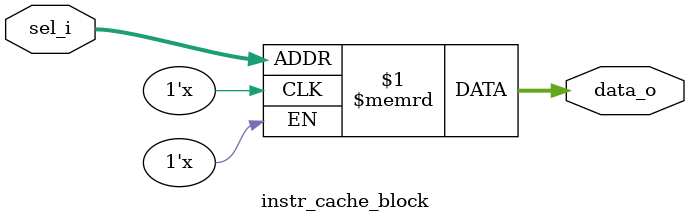
<source format=v>
`timescale 1ns / 1ps


module instr_cache_block(
   input [1:0] sel_i,
   output [31:0] data_o
);

reg [31:0] data [0:3];

assign data_o = data[sel_i];

endmodule

</source>
